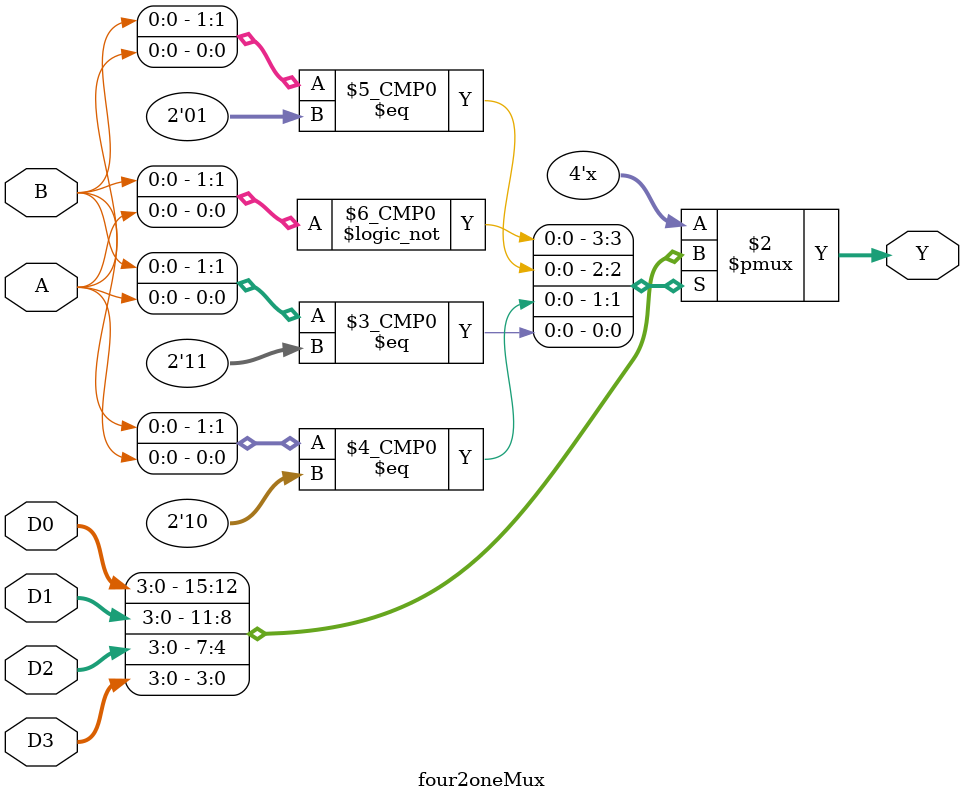
<source format=v>
module four2oneMux #(parameter N = 4)
	(
	input A, B,
	input [N-1:0] D0, D1, D2,D3,
	output reg [N-1:0] Y
	);
	always @(A,B,D0,D1,D2,D3)
		case ({B,A})
			2'b00: Y = D0;
			2'b01: Y = D1;
			2'B10: Y = D2;
			2'B11: Y = D3;
		endcase
endmodule 
</source>
